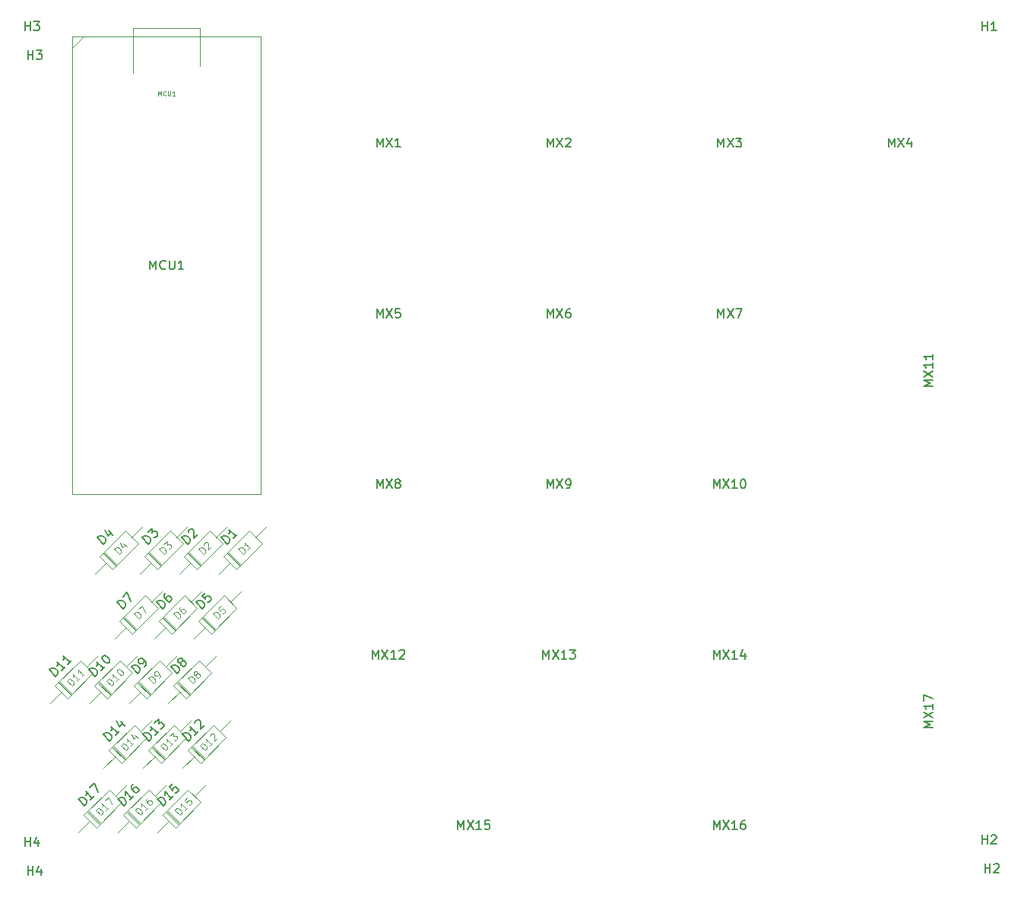
<source format=gbr>
G04 #@! TF.GenerationSoftware,KiCad,Pcbnew,(5.1.10)-1*
G04 #@! TF.CreationDate,2021-09-20T14:50:31+01:00*
G04 #@! TF.ProjectId,env-npd,656e762d-6e70-4642-9e6b-696361645f70,rev?*
G04 #@! TF.SameCoordinates,Original*
G04 #@! TF.FileFunction,Other,Fab,Top*
%FSLAX46Y46*%
G04 Gerber Fmt 4.6, Leading zero omitted, Abs format (unit mm)*
G04 Created by KiCad (PCBNEW (5.1.10)-1) date 2021-09-20 14:50:31*
%MOMM*%
%LPD*%
G01*
G04 APERTURE LIST*
%ADD10C,0.100000*%
%ADD11C,0.120000*%
%ADD12C,0.150000*%
%ADD13C,0.125000*%
G04 APERTURE END LIST*
D10*
X78726310Y-116859477D02*
X80140523Y-118273690D01*
X78867731Y-116718055D02*
X80281945Y-118132269D01*
X78797021Y-116788766D02*
X80211234Y-118202979D01*
X83188154Y-113811846D02*
X81908290Y-115091710D01*
X77800000Y-119200000D02*
X79079863Y-117920137D01*
X81201184Y-114384603D02*
X78372756Y-117213030D01*
X82615397Y-115798816D02*
X81201184Y-114384603D01*
X79786970Y-118627244D02*
X82615397Y-115798816D01*
X78372756Y-117213030D02*
X79786970Y-118627244D01*
X76926310Y-145659477D02*
X78340523Y-147073690D01*
X77067731Y-145518055D02*
X78481945Y-146932269D01*
X76997021Y-145588766D02*
X78411234Y-147002979D01*
X81388154Y-142611846D02*
X80108290Y-143891710D01*
X76000000Y-148000000D02*
X77279863Y-146720137D01*
X79401184Y-143184603D02*
X76572756Y-146013030D01*
X80815397Y-144598816D02*
X79401184Y-143184603D01*
X77986970Y-147427244D02*
X80815397Y-144598816D01*
X76572756Y-146013030D02*
X77986970Y-147427244D01*
X81326310Y-145659477D02*
X82740523Y-147073690D01*
X81467731Y-145518055D02*
X82881945Y-146932269D01*
X81397021Y-145588766D02*
X82811234Y-147002979D01*
X85788154Y-142611846D02*
X84508290Y-143891710D01*
X80400000Y-148000000D02*
X81679863Y-146720137D01*
X83801184Y-143184603D02*
X80972756Y-146013030D01*
X85215397Y-144598816D02*
X83801184Y-143184603D01*
X82386970Y-147427244D02*
X85215397Y-144598816D01*
X80972756Y-146013030D02*
X82386970Y-147427244D01*
X85726310Y-145659477D02*
X87140523Y-147073690D01*
X85867731Y-145518055D02*
X87281945Y-146932269D01*
X85797021Y-145588766D02*
X87211234Y-147002979D01*
X90188154Y-142611846D02*
X88908290Y-143891710D01*
X84800000Y-148000000D02*
X86079863Y-146720137D01*
X88201184Y-143184603D02*
X85372756Y-146013030D01*
X89615397Y-144598816D02*
X88201184Y-143184603D01*
X86786970Y-147427244D02*
X89615397Y-144598816D01*
X85372756Y-146013030D02*
X86786970Y-147427244D01*
X79726310Y-138459477D02*
X81140523Y-139873690D01*
X79867731Y-138318055D02*
X81281945Y-139732269D01*
X79797021Y-138388766D02*
X81211234Y-139802979D01*
X84188154Y-135411846D02*
X82908290Y-136691710D01*
X78800000Y-140800000D02*
X80079863Y-139520137D01*
X82201184Y-135984603D02*
X79372756Y-138813030D01*
X83615397Y-137398816D02*
X82201184Y-135984603D01*
X80786970Y-140227244D02*
X83615397Y-137398816D01*
X79372756Y-138813030D02*
X80786970Y-140227244D01*
X84126310Y-138459477D02*
X85540523Y-139873690D01*
X84267731Y-138318055D02*
X85681945Y-139732269D01*
X84197021Y-138388766D02*
X85611234Y-139802979D01*
X88588154Y-135411846D02*
X87308290Y-136691710D01*
X83200000Y-140800000D02*
X84479863Y-139520137D01*
X86601184Y-135984603D02*
X83772756Y-138813030D01*
X88015397Y-137398816D02*
X86601184Y-135984603D01*
X85186970Y-140227244D02*
X88015397Y-137398816D01*
X83772756Y-138813030D02*
X85186970Y-140227244D01*
X88526310Y-138459477D02*
X89940523Y-139873690D01*
X88667731Y-138318055D02*
X90081945Y-139732269D01*
X88597021Y-138388766D02*
X90011234Y-139802979D01*
X92988154Y-135411846D02*
X91708290Y-136691710D01*
X87600000Y-140800000D02*
X88879863Y-139520137D01*
X91001184Y-135984603D02*
X88172756Y-138813030D01*
X92415397Y-137398816D02*
X91001184Y-135984603D01*
X89586970Y-140227244D02*
X92415397Y-137398816D01*
X88172756Y-138813030D02*
X89586970Y-140227244D01*
X73726310Y-131259477D02*
X75140523Y-132673690D01*
X73867731Y-131118055D02*
X75281945Y-132532269D01*
X73797021Y-131188766D02*
X75211234Y-132602979D01*
X78188154Y-128211846D02*
X76908290Y-129491710D01*
X72800000Y-133600000D02*
X74079863Y-132320137D01*
X76201184Y-128784603D02*
X73372756Y-131613030D01*
X77615397Y-130198816D02*
X76201184Y-128784603D01*
X74786970Y-133027244D02*
X77615397Y-130198816D01*
X73372756Y-131613030D02*
X74786970Y-133027244D01*
X78126310Y-131259477D02*
X79540523Y-132673690D01*
X78267731Y-131118055D02*
X79681945Y-132532269D01*
X78197021Y-131188766D02*
X79611234Y-132602979D01*
X82588154Y-128211846D02*
X81308290Y-129491710D01*
X77200000Y-133600000D02*
X78479863Y-132320137D01*
X80601184Y-128784603D02*
X77772756Y-131613030D01*
X82015397Y-130198816D02*
X80601184Y-128784603D01*
X79186970Y-133027244D02*
X82015397Y-130198816D01*
X77772756Y-131613030D02*
X79186970Y-133027244D01*
X82526310Y-131259477D02*
X83940523Y-132673690D01*
X82667731Y-131118055D02*
X84081945Y-132532269D01*
X82597021Y-131188766D02*
X84011234Y-132602979D01*
X86988154Y-128211846D02*
X85708290Y-129491710D01*
X81600000Y-133600000D02*
X82879863Y-132320137D01*
X85001184Y-128784603D02*
X82172756Y-131613030D01*
X86415397Y-130198816D02*
X85001184Y-128784603D01*
X83586970Y-133027244D02*
X86415397Y-130198816D01*
X82172756Y-131613030D02*
X83586970Y-133027244D01*
X86926310Y-131259477D02*
X88340523Y-132673690D01*
X87067731Y-131118055D02*
X88481945Y-132532269D01*
X86997021Y-131188766D02*
X88411234Y-132602979D01*
X91388154Y-128211846D02*
X90108290Y-129491710D01*
X86000000Y-133600000D02*
X87279863Y-132320137D01*
X89401184Y-128784603D02*
X86572756Y-131613030D01*
X90815397Y-130198816D02*
X89401184Y-128784603D01*
X87986970Y-133027244D02*
X90815397Y-130198816D01*
X86572756Y-131613030D02*
X87986970Y-133027244D01*
X80926310Y-124059477D02*
X82340523Y-125473690D01*
X81067731Y-123918055D02*
X82481945Y-125332269D01*
X80997021Y-123988766D02*
X82411234Y-125402979D01*
X85388154Y-121011846D02*
X84108290Y-122291710D01*
X80000000Y-126400000D02*
X81279863Y-125120137D01*
X83401184Y-121584603D02*
X80572756Y-124413030D01*
X84815397Y-122998816D02*
X83401184Y-121584603D01*
X81986970Y-125827244D02*
X84815397Y-122998816D01*
X80572756Y-124413030D02*
X81986970Y-125827244D01*
X85326310Y-124059477D02*
X86740523Y-125473690D01*
X85467731Y-123918055D02*
X86881945Y-125332269D01*
X85397021Y-123988766D02*
X86811234Y-125402979D01*
X89788154Y-121011846D02*
X88508290Y-122291710D01*
X84400000Y-126400000D02*
X85679863Y-125120137D01*
X87801184Y-121584603D02*
X84972756Y-124413030D01*
X89215397Y-122998816D02*
X87801184Y-121584603D01*
X86386970Y-125827244D02*
X89215397Y-122998816D01*
X84972756Y-124413030D02*
X86386970Y-125827244D01*
X89726310Y-124059477D02*
X91140523Y-125473690D01*
X89867731Y-123918055D02*
X91281945Y-125332269D01*
X89797021Y-123988766D02*
X91211234Y-125402979D01*
X94188154Y-121011846D02*
X92908290Y-122291710D01*
X88800000Y-126400000D02*
X90079863Y-125120137D01*
X92201184Y-121584603D02*
X89372756Y-124413030D01*
X93615397Y-122998816D02*
X92201184Y-121584603D01*
X90786970Y-125827244D02*
X93615397Y-122998816D01*
X89372756Y-124413030D02*
X90786970Y-125827244D01*
X83726310Y-116859477D02*
X85140523Y-118273690D01*
X83867731Y-116718055D02*
X85281945Y-118132269D01*
X83797021Y-116788766D02*
X85211234Y-118202979D01*
X88188154Y-113811846D02*
X86908290Y-115091710D01*
X82800000Y-119200000D02*
X84079863Y-117920137D01*
X86201184Y-114384603D02*
X83372756Y-117213030D01*
X87615397Y-115798816D02*
X86201184Y-114384603D01*
X84786970Y-118627244D02*
X87615397Y-115798816D01*
X83372756Y-117213030D02*
X84786970Y-118627244D01*
X88126310Y-116859477D02*
X89540523Y-118273690D01*
X88267731Y-116718055D02*
X89681945Y-118132269D01*
X88197021Y-116788766D02*
X89611234Y-118202979D01*
X92588154Y-113811846D02*
X91308290Y-115091710D01*
X87200000Y-119200000D02*
X88479863Y-117920137D01*
X90601184Y-114384603D02*
X87772756Y-117213030D01*
X92015397Y-115798816D02*
X90601184Y-114384603D01*
X89186970Y-118627244D02*
X92015397Y-115798816D01*
X87772756Y-117213030D02*
X89186970Y-118627244D01*
X92526310Y-116859477D02*
X93940523Y-118273690D01*
X92667731Y-116718055D02*
X94081945Y-118132269D01*
X92597021Y-116788766D02*
X94011234Y-118202979D01*
X96988154Y-113811846D02*
X95708290Y-115091710D01*
X91600000Y-119200000D02*
X92879863Y-117920137D01*
X95001184Y-114384603D02*
X92172756Y-117213030D01*
X96415397Y-115798816D02*
X95001184Y-114384603D01*
X93586970Y-118627244D02*
X96415397Y-115798816D01*
X92172756Y-117213030D02*
X93586970Y-118627244D01*
D11*
X82050000Y-58390000D02*
X89550000Y-58390000D01*
X82050000Y-63340000D02*
X82050000Y-58390000D01*
X89550000Y-58390000D02*
X89550000Y-62590000D01*
X75300000Y-59300000D02*
X96300000Y-59300000D01*
X96300000Y-59300000D02*
X96300000Y-110300000D01*
X96300000Y-110300000D02*
X75300000Y-110300000D01*
X75300000Y-110300000D02*
X75300000Y-59300000D01*
X75300000Y-60600000D02*
X76600000Y-59300000D01*
D12*
X78792979Y-115848650D02*
X78085872Y-115141544D01*
X78254231Y-114973185D01*
X78388918Y-114905841D01*
X78523605Y-114905841D01*
X78624620Y-114939513D01*
X78792979Y-115040528D01*
X78893994Y-115141544D01*
X78995010Y-115309902D01*
X79028681Y-115410918D01*
X79028681Y-115545605D01*
X78961338Y-115680292D01*
X78792979Y-115848650D01*
X79331727Y-114367093D02*
X79803132Y-114838498D01*
X78893994Y-114266078D02*
X79230712Y-114939513D01*
X79668445Y-114501780D01*
D11*
X80544584Y-116967226D02*
X79978899Y-116401540D01*
X80113586Y-116266853D01*
X80221335Y-116212978D01*
X80329085Y-116212978D01*
X80409897Y-116239916D01*
X80544584Y-116320728D01*
X80625396Y-116401540D01*
X80706208Y-116536227D01*
X80733146Y-116617039D01*
X80733146Y-116724789D01*
X80679271Y-116832539D01*
X80544584Y-116967226D01*
X80975583Y-115781980D02*
X81352706Y-116159103D01*
X80625396Y-115701168D02*
X80894770Y-116239916D01*
X81244957Y-115889729D01*
D12*
X76656261Y-144985368D02*
X75949155Y-144278261D01*
X76117513Y-144109902D01*
X76252200Y-144042559D01*
X76386887Y-144042559D01*
X76487903Y-144076231D01*
X76656261Y-144177246D01*
X76757277Y-144278261D01*
X76858292Y-144446620D01*
X76891964Y-144547635D01*
X76891964Y-144682322D01*
X76824620Y-144817009D01*
X76656261Y-144985368D01*
X77733758Y-143907872D02*
X77329697Y-144311933D01*
X77531727Y-144109902D02*
X76824620Y-143402795D01*
X76858292Y-143571154D01*
X76858292Y-143705841D01*
X76824620Y-143806857D01*
X77262353Y-142965063D02*
X77733758Y-142493658D01*
X78137819Y-143503811D01*
D11*
X78475210Y-146036600D02*
X77909525Y-145470914D01*
X78044212Y-145336227D01*
X78151961Y-145282352D01*
X78259711Y-145282352D01*
X78340523Y-145309290D01*
X78475210Y-145390102D01*
X78556022Y-145470914D01*
X78636834Y-145605601D01*
X78663772Y-145686413D01*
X78663772Y-145794163D01*
X78609897Y-145901913D01*
X78475210Y-146036600D01*
X79337207Y-145174603D02*
X79013958Y-145497852D01*
X79175583Y-145336227D02*
X78609897Y-144770542D01*
X78636834Y-144905229D01*
X78636834Y-145012978D01*
X78609897Y-145093791D01*
X78960083Y-144420355D02*
X79337207Y-144043232D01*
X79660456Y-144851354D01*
D12*
X81056261Y-144985368D02*
X80349155Y-144278261D01*
X80517513Y-144109902D01*
X80652200Y-144042559D01*
X80786887Y-144042559D01*
X80887903Y-144076231D01*
X81056261Y-144177246D01*
X81157277Y-144278261D01*
X81258292Y-144446620D01*
X81291964Y-144547635D01*
X81291964Y-144682322D01*
X81224620Y-144817009D01*
X81056261Y-144985368D01*
X82133758Y-143907872D02*
X81729697Y-144311933D01*
X81931727Y-144109902D02*
X81224620Y-143402795D01*
X81258292Y-143571154D01*
X81258292Y-143705841D01*
X81224620Y-143806857D01*
X82032742Y-142594673D02*
X81898055Y-142729360D01*
X81864384Y-142830376D01*
X81864384Y-142897719D01*
X81898055Y-143066078D01*
X81999071Y-143234437D01*
X82268445Y-143503811D01*
X82369460Y-143537482D01*
X82436803Y-143537482D01*
X82537819Y-143503811D01*
X82672506Y-143369124D01*
X82706177Y-143268108D01*
X82706177Y-143200765D01*
X82672506Y-143099750D01*
X82504147Y-142931391D01*
X82403132Y-142897719D01*
X82335788Y-142897719D01*
X82234773Y-142931391D01*
X82100086Y-143066078D01*
X82066414Y-143167093D01*
X82066414Y-143234437D01*
X82100086Y-143335452D01*
D11*
X82875210Y-146036600D02*
X82309525Y-145470914D01*
X82444212Y-145336227D01*
X82551961Y-145282352D01*
X82659711Y-145282352D01*
X82740523Y-145309290D01*
X82875210Y-145390102D01*
X82956022Y-145470914D01*
X83036834Y-145605601D01*
X83063772Y-145686413D01*
X83063772Y-145794163D01*
X83009897Y-145901913D01*
X82875210Y-146036600D01*
X83737207Y-145174603D02*
X83413958Y-145497852D01*
X83575583Y-145336227D02*
X83009897Y-144770542D01*
X83036834Y-144905229D01*
X83036834Y-145012978D01*
X83009897Y-145093791D01*
X83656395Y-144124044D02*
X83548645Y-144231794D01*
X83521708Y-144312606D01*
X83521708Y-144366481D01*
X83548645Y-144501168D01*
X83629457Y-144635855D01*
X83844957Y-144851354D01*
X83925769Y-144878291D01*
X83979644Y-144878291D01*
X84060456Y-144851354D01*
X84168205Y-144743604D01*
X84195143Y-144662792D01*
X84195143Y-144608917D01*
X84168205Y-144528105D01*
X84033518Y-144393418D01*
X83952706Y-144366481D01*
X83898831Y-144366481D01*
X83818019Y-144393418D01*
X83710270Y-144501168D01*
X83683332Y-144581980D01*
X83683332Y-144635855D01*
X83710270Y-144716667D01*
D12*
X85456261Y-144985368D02*
X84749155Y-144278261D01*
X84917513Y-144109902D01*
X85052200Y-144042559D01*
X85186887Y-144042559D01*
X85287903Y-144076231D01*
X85456261Y-144177246D01*
X85557277Y-144278261D01*
X85658292Y-144446620D01*
X85691964Y-144547635D01*
X85691964Y-144682322D01*
X85624620Y-144817009D01*
X85456261Y-144985368D01*
X86533758Y-143907872D02*
X86129697Y-144311933D01*
X86331727Y-144109902D02*
X85624620Y-143402795D01*
X85658292Y-143571154D01*
X85658292Y-143705841D01*
X85624620Y-143806857D01*
X86466414Y-142561002D02*
X86129697Y-142897719D01*
X86432742Y-143268108D01*
X86432742Y-143200765D01*
X86466414Y-143099750D01*
X86634773Y-142931391D01*
X86735788Y-142897719D01*
X86803132Y-142897719D01*
X86904147Y-142931391D01*
X87072506Y-143099750D01*
X87106177Y-143200765D01*
X87106177Y-143268108D01*
X87072506Y-143369124D01*
X86904147Y-143537482D01*
X86803132Y-143571154D01*
X86735788Y-143571154D01*
D11*
X87275210Y-146036600D02*
X86709525Y-145470914D01*
X86844212Y-145336227D01*
X86951961Y-145282352D01*
X87059711Y-145282352D01*
X87140523Y-145309290D01*
X87275210Y-145390102D01*
X87356022Y-145470914D01*
X87436834Y-145605601D01*
X87463772Y-145686413D01*
X87463772Y-145794163D01*
X87409897Y-145901913D01*
X87275210Y-146036600D01*
X88137207Y-145174603D02*
X87813958Y-145497852D01*
X87975583Y-145336227D02*
X87409897Y-144770542D01*
X87436834Y-144905229D01*
X87436834Y-145012978D01*
X87409897Y-145093791D01*
X88083332Y-144097107D02*
X87813958Y-144366481D01*
X88056395Y-144662792D01*
X88056395Y-144608917D01*
X88083332Y-144528105D01*
X88218019Y-144393418D01*
X88298831Y-144366481D01*
X88352706Y-144366481D01*
X88433518Y-144393418D01*
X88568205Y-144528105D01*
X88595143Y-144608917D01*
X88595143Y-144662792D01*
X88568205Y-144743604D01*
X88433518Y-144878291D01*
X88352706Y-144905229D01*
X88298831Y-144905229D01*
D12*
X79456261Y-137785368D02*
X78749155Y-137078261D01*
X78917513Y-136909902D01*
X79052200Y-136842559D01*
X79186887Y-136842559D01*
X79287903Y-136876231D01*
X79456261Y-136977246D01*
X79557277Y-137078261D01*
X79658292Y-137246620D01*
X79691964Y-137347635D01*
X79691964Y-137482322D01*
X79624620Y-137617009D01*
X79456261Y-137785368D01*
X80533758Y-136707872D02*
X80129697Y-137111933D01*
X80331727Y-136909902D02*
X79624620Y-136202795D01*
X79658292Y-136371154D01*
X79658292Y-136505841D01*
X79624620Y-136606857D01*
X80668445Y-135630376D02*
X81139849Y-136101780D01*
X80230712Y-135529360D02*
X80567429Y-136202795D01*
X81005162Y-135765063D01*
D11*
X81275210Y-138836600D02*
X80709525Y-138270914D01*
X80844212Y-138136227D01*
X80951961Y-138082352D01*
X81059711Y-138082352D01*
X81140523Y-138109290D01*
X81275210Y-138190102D01*
X81356022Y-138270914D01*
X81436834Y-138405601D01*
X81463772Y-138486413D01*
X81463772Y-138594163D01*
X81409897Y-138701913D01*
X81275210Y-138836600D01*
X82137207Y-137974603D02*
X81813958Y-138297852D01*
X81975583Y-138136227D02*
X81409897Y-137570542D01*
X81436834Y-137705229D01*
X81436834Y-137812978D01*
X81409897Y-137893791D01*
X82244957Y-137112606D02*
X82622080Y-137489729D01*
X81894770Y-137031794D02*
X82164144Y-137570542D01*
X82514331Y-137220355D01*
D12*
X83856261Y-137785368D02*
X83149155Y-137078261D01*
X83317513Y-136909902D01*
X83452200Y-136842559D01*
X83586887Y-136842559D01*
X83687903Y-136876231D01*
X83856261Y-136977246D01*
X83957277Y-137078261D01*
X84058292Y-137246620D01*
X84091964Y-137347635D01*
X84091964Y-137482322D01*
X84024620Y-137617009D01*
X83856261Y-137785368D01*
X84933758Y-136707872D02*
X84529697Y-137111933D01*
X84731727Y-136909902D02*
X84024620Y-136202795D01*
X84058292Y-136371154D01*
X84058292Y-136505841D01*
X84024620Y-136606857D01*
X84462353Y-135765063D02*
X84900086Y-135327330D01*
X84933758Y-135832406D01*
X85034773Y-135731391D01*
X85135788Y-135697719D01*
X85203132Y-135697719D01*
X85304147Y-135731391D01*
X85472506Y-135899750D01*
X85506177Y-136000765D01*
X85506177Y-136068108D01*
X85472506Y-136169124D01*
X85270475Y-136371154D01*
X85169460Y-136404826D01*
X85102116Y-136404826D01*
D11*
X85675210Y-138836600D02*
X85109525Y-138270914D01*
X85244212Y-138136227D01*
X85351961Y-138082352D01*
X85459711Y-138082352D01*
X85540523Y-138109290D01*
X85675210Y-138190102D01*
X85756022Y-138270914D01*
X85836834Y-138405601D01*
X85863772Y-138486413D01*
X85863772Y-138594163D01*
X85809897Y-138701913D01*
X85675210Y-138836600D01*
X86537207Y-137974603D02*
X86213958Y-138297852D01*
X86375583Y-138136227D02*
X85809897Y-137570542D01*
X85836834Y-137705229D01*
X85836834Y-137812978D01*
X85809897Y-137893791D01*
X86160083Y-137220355D02*
X86510270Y-136870169D01*
X86537207Y-137274230D01*
X86618019Y-137193418D01*
X86698831Y-137166481D01*
X86752706Y-137166481D01*
X86833518Y-137193418D01*
X86968205Y-137328105D01*
X86995143Y-137408917D01*
X86995143Y-137462792D01*
X86968205Y-137543604D01*
X86806581Y-137705229D01*
X86725769Y-137732166D01*
X86671894Y-137732166D01*
D12*
X88256261Y-137785368D02*
X87549155Y-137078261D01*
X87717513Y-136909902D01*
X87852200Y-136842559D01*
X87986887Y-136842559D01*
X88087903Y-136876231D01*
X88256261Y-136977246D01*
X88357277Y-137078261D01*
X88458292Y-137246620D01*
X88491964Y-137347635D01*
X88491964Y-137482322D01*
X88424620Y-137617009D01*
X88256261Y-137785368D01*
X89333758Y-136707872D02*
X88929697Y-137111933D01*
X89131727Y-136909902D02*
X88424620Y-136202795D01*
X88458292Y-136371154D01*
X88458292Y-136505841D01*
X88424620Y-136606857D01*
X88963368Y-135798734D02*
X88963368Y-135731391D01*
X88997040Y-135630376D01*
X89165399Y-135462017D01*
X89266414Y-135428345D01*
X89333758Y-135428345D01*
X89434773Y-135462017D01*
X89502116Y-135529360D01*
X89569460Y-135664047D01*
X89569460Y-136472169D01*
X90007193Y-136034437D01*
D11*
X90075210Y-138836600D02*
X89509525Y-138270914D01*
X89644212Y-138136227D01*
X89751961Y-138082352D01*
X89859711Y-138082352D01*
X89940523Y-138109290D01*
X90075210Y-138190102D01*
X90156022Y-138270914D01*
X90236834Y-138405601D01*
X90263772Y-138486413D01*
X90263772Y-138594163D01*
X90209897Y-138701913D01*
X90075210Y-138836600D01*
X90937207Y-137974603D02*
X90613958Y-138297852D01*
X90775583Y-138136227D02*
X90209897Y-137570542D01*
X90236834Y-137705229D01*
X90236834Y-137812978D01*
X90209897Y-137893791D01*
X90640896Y-137247293D02*
X90640896Y-137193418D01*
X90667833Y-137112606D01*
X90802520Y-136977919D01*
X90883332Y-136950981D01*
X90937207Y-136950981D01*
X91018019Y-136977919D01*
X91071894Y-137031794D01*
X91125769Y-137139543D01*
X91125769Y-137786041D01*
X91475955Y-137435855D01*
D12*
X73456261Y-130585368D02*
X72749155Y-129878261D01*
X72917513Y-129709902D01*
X73052200Y-129642559D01*
X73186887Y-129642559D01*
X73287903Y-129676231D01*
X73456261Y-129777246D01*
X73557277Y-129878261D01*
X73658292Y-130046620D01*
X73691964Y-130147635D01*
X73691964Y-130282322D01*
X73624620Y-130417009D01*
X73456261Y-130585368D01*
X74533758Y-129507872D02*
X74129697Y-129911933D01*
X74331727Y-129709902D02*
X73624620Y-129002795D01*
X73658292Y-129171154D01*
X73658292Y-129305841D01*
X73624620Y-129406857D01*
X75207193Y-128834437D02*
X74803132Y-129238498D01*
X75005162Y-129036467D02*
X74298055Y-128329360D01*
X74331727Y-128497719D01*
X74331727Y-128632406D01*
X74298055Y-128733421D01*
D11*
X75275210Y-131636600D02*
X74709525Y-131070914D01*
X74844212Y-130936227D01*
X74951961Y-130882352D01*
X75059711Y-130882352D01*
X75140523Y-130909290D01*
X75275210Y-130990102D01*
X75356022Y-131070914D01*
X75436834Y-131205601D01*
X75463772Y-131286413D01*
X75463772Y-131394163D01*
X75409897Y-131501913D01*
X75275210Y-131636600D01*
X76137207Y-130774603D02*
X75813958Y-131097852D01*
X75975583Y-130936227D02*
X75409897Y-130370542D01*
X75436834Y-130505229D01*
X75436834Y-130612978D01*
X75409897Y-130693791D01*
X76675955Y-130235855D02*
X76352706Y-130559103D01*
X76514331Y-130397479D02*
X75948645Y-129831794D01*
X75975583Y-129966481D01*
X75975583Y-130074230D01*
X75948645Y-130155042D01*
D12*
X77856261Y-130585368D02*
X77149155Y-129878261D01*
X77317513Y-129709902D01*
X77452200Y-129642559D01*
X77586887Y-129642559D01*
X77687903Y-129676231D01*
X77856261Y-129777246D01*
X77957277Y-129878261D01*
X78058292Y-130046620D01*
X78091964Y-130147635D01*
X78091964Y-130282322D01*
X78024620Y-130417009D01*
X77856261Y-130585368D01*
X78933758Y-129507872D02*
X78529697Y-129911933D01*
X78731727Y-129709902D02*
X78024620Y-129002795D01*
X78058292Y-129171154D01*
X78058292Y-129305841D01*
X78024620Y-129406857D01*
X78664384Y-128363032D02*
X78731727Y-128295689D01*
X78832742Y-128262017D01*
X78900086Y-128262017D01*
X79001101Y-128295689D01*
X79169460Y-128396704D01*
X79337819Y-128565063D01*
X79438834Y-128733421D01*
X79472506Y-128834437D01*
X79472506Y-128901780D01*
X79438834Y-129002795D01*
X79371490Y-129070139D01*
X79270475Y-129103811D01*
X79203132Y-129103811D01*
X79102116Y-129070139D01*
X78933758Y-128969124D01*
X78765399Y-128800765D01*
X78664384Y-128632406D01*
X78630712Y-128531391D01*
X78630712Y-128464047D01*
X78664384Y-128363032D01*
D11*
X79675210Y-131636600D02*
X79109525Y-131070914D01*
X79244212Y-130936227D01*
X79351961Y-130882352D01*
X79459711Y-130882352D01*
X79540523Y-130909290D01*
X79675210Y-130990102D01*
X79756022Y-131070914D01*
X79836834Y-131205601D01*
X79863772Y-131286413D01*
X79863772Y-131394163D01*
X79809897Y-131501913D01*
X79675210Y-131636600D01*
X80537207Y-130774603D02*
X80213958Y-131097852D01*
X80375583Y-130936227D02*
X79809897Y-130370542D01*
X79836834Y-130505229D01*
X79836834Y-130612978D01*
X79809897Y-130693791D01*
X80321708Y-129858731D02*
X80375583Y-129804856D01*
X80456395Y-129777919D01*
X80510270Y-129777919D01*
X80591082Y-129804856D01*
X80725769Y-129885668D01*
X80860456Y-130020355D01*
X80941268Y-130155042D01*
X80968205Y-130235855D01*
X80968205Y-130289729D01*
X80941268Y-130370542D01*
X80887393Y-130424416D01*
X80806581Y-130451354D01*
X80752706Y-130451354D01*
X80671894Y-130424416D01*
X80537207Y-130343604D01*
X80402520Y-130208917D01*
X80321708Y-130074230D01*
X80294770Y-129993418D01*
X80294770Y-129939543D01*
X80321708Y-129858731D01*
D12*
X82592979Y-130248650D02*
X81885872Y-129541544D01*
X82054231Y-129373185D01*
X82188918Y-129305841D01*
X82323605Y-129305841D01*
X82424620Y-129339513D01*
X82592979Y-129440528D01*
X82693994Y-129541544D01*
X82795010Y-129709902D01*
X82828681Y-129810918D01*
X82828681Y-129945605D01*
X82761338Y-130080292D01*
X82592979Y-130248650D01*
X83333758Y-129507872D02*
X83468445Y-129373185D01*
X83502116Y-129272169D01*
X83502116Y-129204826D01*
X83468445Y-129036467D01*
X83367429Y-128868108D01*
X83098055Y-128598734D01*
X82997040Y-128565063D01*
X82929697Y-128565063D01*
X82828681Y-128598734D01*
X82693994Y-128733421D01*
X82660322Y-128834437D01*
X82660322Y-128901780D01*
X82693994Y-129002795D01*
X82862353Y-129171154D01*
X82963368Y-129204826D01*
X83030712Y-129204826D01*
X83131727Y-129171154D01*
X83266414Y-129036467D01*
X83300086Y-128935452D01*
X83300086Y-128868108D01*
X83266414Y-128767093D01*
D11*
X84344584Y-131367226D02*
X83778899Y-130801540D01*
X83913586Y-130666853D01*
X84021335Y-130612978D01*
X84129085Y-130612978D01*
X84209897Y-130639916D01*
X84344584Y-130720728D01*
X84425396Y-130801540D01*
X84506208Y-130936227D01*
X84533146Y-131017039D01*
X84533146Y-131124789D01*
X84479271Y-131232539D01*
X84344584Y-131367226D01*
X84937207Y-130774603D02*
X85044957Y-130666853D01*
X85071894Y-130586041D01*
X85071894Y-130532166D01*
X85044957Y-130397479D01*
X84964144Y-130262792D01*
X84748645Y-130047293D01*
X84667833Y-130020355D01*
X84613958Y-130020355D01*
X84533146Y-130047293D01*
X84425396Y-130155042D01*
X84398459Y-130235855D01*
X84398459Y-130289729D01*
X84425396Y-130370542D01*
X84560083Y-130505229D01*
X84640896Y-130532166D01*
X84694770Y-130532166D01*
X84775583Y-130505229D01*
X84883332Y-130397479D01*
X84910270Y-130316667D01*
X84910270Y-130262792D01*
X84883332Y-130181980D01*
D12*
X86992979Y-130248650D02*
X86285872Y-129541544D01*
X86454231Y-129373185D01*
X86588918Y-129305841D01*
X86723605Y-129305841D01*
X86824620Y-129339513D01*
X86992979Y-129440528D01*
X87093994Y-129541544D01*
X87195010Y-129709902D01*
X87228681Y-129810918D01*
X87228681Y-129945605D01*
X87161338Y-130080292D01*
X86992979Y-130248650D01*
X87397040Y-129036467D02*
X87296025Y-129070139D01*
X87228681Y-129070139D01*
X87127666Y-129036467D01*
X87093994Y-129002795D01*
X87060322Y-128901780D01*
X87060322Y-128834437D01*
X87093994Y-128733421D01*
X87228681Y-128598734D01*
X87329697Y-128565063D01*
X87397040Y-128565063D01*
X87498055Y-128598734D01*
X87531727Y-128632406D01*
X87565399Y-128733421D01*
X87565399Y-128800765D01*
X87531727Y-128901780D01*
X87397040Y-129036467D01*
X87363368Y-129137482D01*
X87363368Y-129204826D01*
X87397040Y-129305841D01*
X87531727Y-129440528D01*
X87632742Y-129474200D01*
X87700086Y-129474200D01*
X87801101Y-129440528D01*
X87935788Y-129305841D01*
X87969460Y-129204826D01*
X87969460Y-129137482D01*
X87935788Y-129036467D01*
X87801101Y-128901780D01*
X87700086Y-128868108D01*
X87632742Y-128868108D01*
X87531727Y-128901780D01*
D11*
X88744584Y-131367226D02*
X88178899Y-130801540D01*
X88313586Y-130666853D01*
X88421335Y-130612978D01*
X88529085Y-130612978D01*
X88609897Y-130639916D01*
X88744584Y-130720728D01*
X88825396Y-130801540D01*
X88906208Y-130936227D01*
X88933146Y-131017039D01*
X88933146Y-131124789D01*
X88879271Y-131232539D01*
X88744584Y-131367226D01*
X89067833Y-130397479D02*
X88987021Y-130424416D01*
X88933146Y-130424416D01*
X88852334Y-130397479D01*
X88825396Y-130370542D01*
X88798459Y-130289729D01*
X88798459Y-130235855D01*
X88825396Y-130155042D01*
X88933146Y-130047293D01*
X89013958Y-130020355D01*
X89067833Y-130020355D01*
X89148645Y-130047293D01*
X89175583Y-130074230D01*
X89202520Y-130155042D01*
X89202520Y-130208917D01*
X89175583Y-130289729D01*
X89067833Y-130397479D01*
X89040896Y-130478291D01*
X89040896Y-130532166D01*
X89067833Y-130612978D01*
X89175583Y-130720728D01*
X89256395Y-130747665D01*
X89310270Y-130747665D01*
X89391082Y-130720728D01*
X89498831Y-130612978D01*
X89525769Y-130532166D01*
X89525769Y-130478291D01*
X89498831Y-130397479D01*
X89391082Y-130289729D01*
X89310270Y-130262792D01*
X89256395Y-130262792D01*
X89175583Y-130289729D01*
D12*
X80992979Y-123048650D02*
X80285872Y-122341544D01*
X80454231Y-122173185D01*
X80588918Y-122105841D01*
X80723605Y-122105841D01*
X80824620Y-122139513D01*
X80992979Y-122240528D01*
X81093994Y-122341544D01*
X81195010Y-122509902D01*
X81228681Y-122610918D01*
X81228681Y-122745605D01*
X81161338Y-122880292D01*
X80992979Y-123048650D01*
X80925635Y-121701780D02*
X81397040Y-121230376D01*
X81801101Y-122240528D01*
D11*
X82744584Y-124167226D02*
X82178899Y-123601540D01*
X82313586Y-123466853D01*
X82421335Y-123412978D01*
X82529085Y-123412978D01*
X82609897Y-123439916D01*
X82744584Y-123520728D01*
X82825396Y-123601540D01*
X82906208Y-123736227D01*
X82933146Y-123817039D01*
X82933146Y-123924789D01*
X82879271Y-124032539D01*
X82744584Y-124167226D01*
X82690709Y-123089729D02*
X83067833Y-122712606D01*
X83391082Y-123520728D01*
D12*
X85392979Y-123048650D02*
X84685872Y-122341544D01*
X84854231Y-122173185D01*
X84988918Y-122105841D01*
X85123605Y-122105841D01*
X85224620Y-122139513D01*
X85392979Y-122240528D01*
X85493994Y-122341544D01*
X85595010Y-122509902D01*
X85628681Y-122610918D01*
X85628681Y-122745605D01*
X85561338Y-122880292D01*
X85392979Y-123048650D01*
X85696025Y-121331391D02*
X85561338Y-121466078D01*
X85527666Y-121567093D01*
X85527666Y-121634437D01*
X85561338Y-121802795D01*
X85662353Y-121971154D01*
X85931727Y-122240528D01*
X86032742Y-122274200D01*
X86100086Y-122274200D01*
X86201101Y-122240528D01*
X86335788Y-122105841D01*
X86369460Y-122004826D01*
X86369460Y-121937482D01*
X86335788Y-121836467D01*
X86167429Y-121668108D01*
X86066414Y-121634437D01*
X85999071Y-121634437D01*
X85898055Y-121668108D01*
X85763368Y-121802795D01*
X85729697Y-121903811D01*
X85729697Y-121971154D01*
X85763368Y-122072169D01*
D11*
X87144584Y-124167226D02*
X86578899Y-123601540D01*
X86713586Y-123466853D01*
X86821335Y-123412978D01*
X86929085Y-123412978D01*
X87009897Y-123439916D01*
X87144584Y-123520728D01*
X87225396Y-123601540D01*
X87306208Y-123736227D01*
X87333146Y-123817039D01*
X87333146Y-123924789D01*
X87279271Y-124032539D01*
X87144584Y-124167226D01*
X87387021Y-122793418D02*
X87279271Y-122901168D01*
X87252334Y-122981980D01*
X87252334Y-123035855D01*
X87279271Y-123170542D01*
X87360083Y-123305229D01*
X87575583Y-123520728D01*
X87656395Y-123547665D01*
X87710270Y-123547665D01*
X87791082Y-123520728D01*
X87898831Y-123412978D01*
X87925769Y-123332166D01*
X87925769Y-123278291D01*
X87898831Y-123197479D01*
X87764144Y-123062792D01*
X87683332Y-123035855D01*
X87629457Y-123035855D01*
X87548645Y-123062792D01*
X87440896Y-123170542D01*
X87413958Y-123251354D01*
X87413958Y-123305229D01*
X87440896Y-123386041D01*
D12*
X89792979Y-123048650D02*
X89085872Y-122341544D01*
X89254231Y-122173185D01*
X89388918Y-122105841D01*
X89523605Y-122105841D01*
X89624620Y-122139513D01*
X89792979Y-122240528D01*
X89893994Y-122341544D01*
X89995010Y-122509902D01*
X90028681Y-122610918D01*
X90028681Y-122745605D01*
X89961338Y-122880292D01*
X89792979Y-123048650D01*
X90129697Y-121297719D02*
X89792979Y-121634437D01*
X90096025Y-122004826D01*
X90096025Y-121937482D01*
X90129697Y-121836467D01*
X90298055Y-121668108D01*
X90399071Y-121634437D01*
X90466414Y-121634437D01*
X90567429Y-121668108D01*
X90735788Y-121836467D01*
X90769460Y-121937482D01*
X90769460Y-122004826D01*
X90735788Y-122105841D01*
X90567429Y-122274200D01*
X90466414Y-122307872D01*
X90399071Y-122307872D01*
D11*
X91544584Y-124167226D02*
X90978899Y-123601540D01*
X91113586Y-123466853D01*
X91221335Y-123412978D01*
X91329085Y-123412978D01*
X91409897Y-123439916D01*
X91544584Y-123520728D01*
X91625396Y-123601540D01*
X91706208Y-123736227D01*
X91733146Y-123817039D01*
X91733146Y-123924789D01*
X91679271Y-124032539D01*
X91544584Y-124167226D01*
X91813958Y-122766481D02*
X91544584Y-123035855D01*
X91787021Y-123332166D01*
X91787021Y-123278291D01*
X91813958Y-123197479D01*
X91948645Y-123062792D01*
X92029457Y-123035855D01*
X92083332Y-123035855D01*
X92164144Y-123062792D01*
X92298831Y-123197479D01*
X92325769Y-123278291D01*
X92325769Y-123332166D01*
X92298831Y-123412978D01*
X92164144Y-123547665D01*
X92083332Y-123574603D01*
X92029457Y-123574603D01*
D12*
X83792979Y-115848650D02*
X83085872Y-115141544D01*
X83254231Y-114973185D01*
X83388918Y-114905841D01*
X83523605Y-114905841D01*
X83624620Y-114939513D01*
X83792979Y-115040528D01*
X83893994Y-115141544D01*
X83995010Y-115309902D01*
X84028681Y-115410918D01*
X84028681Y-115545605D01*
X83961338Y-115680292D01*
X83792979Y-115848650D01*
X83725635Y-114501780D02*
X84163368Y-114064047D01*
X84197040Y-114569124D01*
X84298055Y-114468108D01*
X84399071Y-114434437D01*
X84466414Y-114434437D01*
X84567429Y-114468108D01*
X84735788Y-114636467D01*
X84769460Y-114737482D01*
X84769460Y-114804826D01*
X84735788Y-114905841D01*
X84533758Y-115107872D01*
X84432742Y-115141544D01*
X84365399Y-115141544D01*
D11*
X85544584Y-116967226D02*
X84978899Y-116401540D01*
X85113586Y-116266853D01*
X85221335Y-116212978D01*
X85329085Y-116212978D01*
X85409897Y-116239916D01*
X85544584Y-116320728D01*
X85625396Y-116401540D01*
X85706208Y-116536227D01*
X85733146Y-116617039D01*
X85733146Y-116724789D01*
X85679271Y-116832539D01*
X85544584Y-116967226D01*
X85490709Y-115889729D02*
X85840896Y-115539543D01*
X85867833Y-115943604D01*
X85948645Y-115862792D01*
X86029457Y-115835855D01*
X86083332Y-115835855D01*
X86164144Y-115862792D01*
X86298831Y-115997479D01*
X86325769Y-116078291D01*
X86325769Y-116132166D01*
X86298831Y-116212978D01*
X86137207Y-116374603D01*
X86056395Y-116401540D01*
X86002520Y-116401540D01*
D12*
X88192979Y-115848650D02*
X87485872Y-115141544D01*
X87654231Y-114973185D01*
X87788918Y-114905841D01*
X87923605Y-114905841D01*
X88024620Y-114939513D01*
X88192979Y-115040528D01*
X88293994Y-115141544D01*
X88395010Y-115309902D01*
X88428681Y-115410918D01*
X88428681Y-115545605D01*
X88361338Y-115680292D01*
X88192979Y-115848650D01*
X88226651Y-114535452D02*
X88226651Y-114468108D01*
X88260322Y-114367093D01*
X88428681Y-114198734D01*
X88529697Y-114165063D01*
X88597040Y-114165063D01*
X88698055Y-114198734D01*
X88765399Y-114266078D01*
X88832742Y-114400765D01*
X88832742Y-115208887D01*
X89270475Y-114771154D01*
D11*
X89944584Y-116967226D02*
X89378899Y-116401540D01*
X89513586Y-116266853D01*
X89621335Y-116212978D01*
X89729085Y-116212978D01*
X89809897Y-116239916D01*
X89944584Y-116320728D01*
X90025396Y-116401540D01*
X90106208Y-116536227D01*
X90133146Y-116617039D01*
X90133146Y-116724789D01*
X90079271Y-116832539D01*
X89944584Y-116967226D01*
X89971521Y-115916667D02*
X89971521Y-115862792D01*
X89998459Y-115781980D01*
X90133146Y-115647293D01*
X90213958Y-115620355D01*
X90267833Y-115620355D01*
X90348645Y-115647293D01*
X90402520Y-115701168D01*
X90456395Y-115808917D01*
X90456395Y-116455415D01*
X90806581Y-116105229D01*
D12*
X92592979Y-115848650D02*
X91885872Y-115141544D01*
X92054231Y-114973185D01*
X92188918Y-114905841D01*
X92323605Y-114905841D01*
X92424620Y-114939513D01*
X92592979Y-115040528D01*
X92693994Y-115141544D01*
X92795010Y-115309902D01*
X92828681Y-115410918D01*
X92828681Y-115545605D01*
X92761338Y-115680292D01*
X92592979Y-115848650D01*
X93670475Y-114771154D02*
X93266414Y-115175215D01*
X93468445Y-114973185D02*
X92761338Y-114266078D01*
X92795010Y-114434437D01*
X92795010Y-114569124D01*
X92761338Y-114670139D01*
D11*
X94344584Y-116967226D02*
X93778899Y-116401540D01*
X93913586Y-116266853D01*
X94021335Y-116212978D01*
X94129085Y-116212978D01*
X94209897Y-116239916D01*
X94344584Y-116320728D01*
X94425396Y-116401540D01*
X94506208Y-116536227D01*
X94533146Y-116617039D01*
X94533146Y-116724789D01*
X94479271Y-116832539D01*
X94344584Y-116967226D01*
X95206581Y-116105229D02*
X94883332Y-116428478D01*
X95044957Y-116266853D02*
X94479271Y-115701168D01*
X94506209Y-115835855D01*
X94506209Y-115943604D01*
X94479271Y-116024416D01*
D12*
X83966666Y-85252380D02*
X83966666Y-84252380D01*
X84300000Y-84966666D01*
X84633333Y-84252380D01*
X84633333Y-85252380D01*
X85680952Y-85157142D02*
X85633333Y-85204761D01*
X85490476Y-85252380D01*
X85395238Y-85252380D01*
X85252380Y-85204761D01*
X85157142Y-85109523D01*
X85109523Y-85014285D01*
X85061904Y-84823809D01*
X85061904Y-84680952D01*
X85109523Y-84490476D01*
X85157142Y-84395238D01*
X85252380Y-84300000D01*
X85395238Y-84252380D01*
X85490476Y-84252380D01*
X85633333Y-84300000D01*
X85680952Y-84347619D01*
X86109523Y-84252380D02*
X86109523Y-85061904D01*
X86157142Y-85157142D01*
X86204761Y-85204761D01*
X86300000Y-85252380D01*
X86490476Y-85252380D01*
X86585714Y-85204761D01*
X86633333Y-85157142D01*
X86680952Y-85061904D01*
X86680952Y-84252380D01*
X87680952Y-85252380D02*
X87109523Y-85252380D01*
X87395238Y-85252380D02*
X87395238Y-84252380D01*
X87300000Y-84395238D01*
X87204761Y-84490476D01*
X87109523Y-84538095D01*
D13*
X84883333Y-65896190D02*
X84883333Y-65396190D01*
X85050000Y-65753333D01*
X85216666Y-65396190D01*
X85216666Y-65896190D01*
X85740476Y-65848571D02*
X85716666Y-65872380D01*
X85645238Y-65896190D01*
X85597619Y-65896190D01*
X85526190Y-65872380D01*
X85478571Y-65824761D01*
X85454761Y-65777142D01*
X85430952Y-65681904D01*
X85430952Y-65610476D01*
X85454761Y-65515238D01*
X85478571Y-65467619D01*
X85526190Y-65420000D01*
X85597619Y-65396190D01*
X85645238Y-65396190D01*
X85716666Y-65420000D01*
X85740476Y-65443809D01*
X85954761Y-65396190D02*
X85954761Y-65800952D01*
X85978571Y-65848571D01*
X86002380Y-65872380D01*
X86050000Y-65896190D01*
X86145238Y-65896190D01*
X86192857Y-65872380D01*
X86216666Y-65848571D01*
X86240476Y-65800952D01*
X86240476Y-65396190D01*
X86740476Y-65896190D02*
X86454761Y-65896190D01*
X86597619Y-65896190D02*
X86597619Y-65396190D01*
X86550000Y-65467619D01*
X86502380Y-65515238D01*
X86454761Y-65539047D01*
D12*
X70038095Y-149502380D02*
X70038095Y-148502380D01*
X70038095Y-148978571D02*
X70609523Y-148978571D01*
X70609523Y-149502380D02*
X70609523Y-148502380D01*
X71514285Y-148835714D02*
X71514285Y-149502380D01*
X71276190Y-148454761D02*
X71038095Y-149169047D01*
X71657142Y-149169047D01*
X70338095Y-152702380D02*
X70338095Y-151702380D01*
X70338095Y-152178571D02*
X70909523Y-152178571D01*
X70909523Y-152702380D02*
X70909523Y-151702380D01*
X71814285Y-152035714D02*
X71814285Y-152702380D01*
X71576190Y-151654761D02*
X71338095Y-152369047D01*
X71957142Y-152369047D01*
X70038095Y-58652380D02*
X70038095Y-57652380D01*
X70038095Y-58128571D02*
X70609523Y-58128571D01*
X70609523Y-58652380D02*
X70609523Y-57652380D01*
X70990476Y-57652380D02*
X71609523Y-57652380D01*
X71276190Y-58033333D01*
X71419047Y-58033333D01*
X71514285Y-58080952D01*
X71561904Y-58128571D01*
X71609523Y-58223809D01*
X71609523Y-58461904D01*
X71561904Y-58557142D01*
X71514285Y-58604761D01*
X71419047Y-58652380D01*
X71133333Y-58652380D01*
X71038095Y-58604761D01*
X70990476Y-58557142D01*
X70338095Y-61852380D02*
X70338095Y-60852380D01*
X70338095Y-61328571D02*
X70909523Y-61328571D01*
X70909523Y-61852380D02*
X70909523Y-60852380D01*
X71290476Y-60852380D02*
X71909523Y-60852380D01*
X71576190Y-61233333D01*
X71719047Y-61233333D01*
X71814285Y-61280952D01*
X71861904Y-61328571D01*
X71909523Y-61423809D01*
X71909523Y-61661904D01*
X71861904Y-61757142D01*
X71814285Y-61804761D01*
X71719047Y-61852380D01*
X71433333Y-61852380D01*
X71338095Y-61804761D01*
X71290476Y-61757142D01*
X176638095Y-149252380D02*
X176638095Y-148252380D01*
X176638095Y-148728571D02*
X177209523Y-148728571D01*
X177209523Y-149252380D02*
X177209523Y-148252380D01*
X177638095Y-148347619D02*
X177685714Y-148300000D01*
X177780952Y-148252380D01*
X178019047Y-148252380D01*
X178114285Y-148300000D01*
X178161904Y-148347619D01*
X178209523Y-148442857D01*
X178209523Y-148538095D01*
X178161904Y-148680952D01*
X177590476Y-149252380D01*
X178209523Y-149252380D01*
X176938095Y-152452380D02*
X176938095Y-151452380D01*
X176938095Y-151928571D02*
X177509523Y-151928571D01*
X177509523Y-152452380D02*
X177509523Y-151452380D01*
X177938095Y-151547619D02*
X177985714Y-151500000D01*
X178080952Y-151452380D01*
X178319047Y-151452380D01*
X178414285Y-151500000D01*
X178461904Y-151547619D01*
X178509523Y-151642857D01*
X178509523Y-151738095D01*
X178461904Y-151880952D01*
X177890476Y-152452380D01*
X178509523Y-152452380D01*
X176638095Y-58652380D02*
X176638095Y-57652380D01*
X176638095Y-58128571D02*
X177209523Y-58128571D01*
X177209523Y-58652380D02*
X177209523Y-57652380D01*
X178209523Y-58652380D02*
X177638095Y-58652380D01*
X177923809Y-58652380D02*
X177923809Y-57652380D01*
X177828571Y-57795238D01*
X177733333Y-57890476D01*
X177638095Y-57938095D01*
X118238095Y-147627380D02*
X118238095Y-146627380D01*
X118571428Y-147341666D01*
X118904761Y-146627380D01*
X118904761Y-147627380D01*
X119285714Y-146627380D02*
X119952380Y-147627380D01*
X119952380Y-146627380D02*
X119285714Y-147627380D01*
X120857142Y-147627380D02*
X120285714Y-147627380D01*
X120571428Y-147627380D02*
X120571428Y-146627380D01*
X120476190Y-146770238D01*
X120380952Y-146865476D01*
X120285714Y-146913095D01*
X121761904Y-146627380D02*
X121285714Y-146627380D01*
X121238095Y-147103571D01*
X121285714Y-147055952D01*
X121380952Y-147008333D01*
X121619047Y-147008333D01*
X121714285Y-147055952D01*
X121761904Y-147103571D01*
X121809523Y-147198809D01*
X121809523Y-147436904D01*
X121761904Y-147532142D01*
X121714285Y-147579761D01*
X121619047Y-147627380D01*
X121380952Y-147627380D01*
X121285714Y-147579761D01*
X121238095Y-147532142D01*
X171127380Y-136261904D02*
X170127380Y-136261904D01*
X170841666Y-135928571D01*
X170127380Y-135595238D01*
X171127380Y-135595238D01*
X170127380Y-135214285D02*
X171127380Y-134547619D01*
X170127380Y-134547619D02*
X171127380Y-135214285D01*
X171127380Y-133642857D02*
X171127380Y-134214285D01*
X171127380Y-133928571D02*
X170127380Y-133928571D01*
X170270238Y-134023809D01*
X170365476Y-134119047D01*
X170413095Y-134214285D01*
X170127380Y-133309523D02*
X170127380Y-132642857D01*
X171127380Y-133071428D01*
X146738095Y-147627380D02*
X146738095Y-146627380D01*
X147071428Y-147341666D01*
X147404761Y-146627380D01*
X147404761Y-147627380D01*
X147785714Y-146627380D02*
X148452380Y-147627380D01*
X148452380Y-146627380D02*
X147785714Y-147627380D01*
X149357142Y-147627380D02*
X148785714Y-147627380D01*
X149071428Y-147627380D02*
X149071428Y-146627380D01*
X148976190Y-146770238D01*
X148880952Y-146865476D01*
X148785714Y-146913095D01*
X150214285Y-146627380D02*
X150023809Y-146627380D01*
X149928571Y-146675000D01*
X149880952Y-146722619D01*
X149785714Y-146865476D01*
X149738095Y-147055952D01*
X149738095Y-147436904D01*
X149785714Y-147532142D01*
X149833333Y-147579761D01*
X149928571Y-147627380D01*
X150119047Y-147627380D01*
X150214285Y-147579761D01*
X150261904Y-147532142D01*
X150309523Y-147436904D01*
X150309523Y-147198809D01*
X150261904Y-147103571D01*
X150214285Y-147055952D01*
X150119047Y-147008333D01*
X149928571Y-147008333D01*
X149833333Y-147055952D01*
X149785714Y-147103571D01*
X149738095Y-147198809D01*
X146738095Y-128627380D02*
X146738095Y-127627380D01*
X147071428Y-128341666D01*
X147404761Y-127627380D01*
X147404761Y-128627380D01*
X147785714Y-127627380D02*
X148452380Y-128627380D01*
X148452380Y-127627380D02*
X147785714Y-128627380D01*
X149357142Y-128627380D02*
X148785714Y-128627380D01*
X149071428Y-128627380D02*
X149071428Y-127627380D01*
X148976190Y-127770238D01*
X148880952Y-127865476D01*
X148785714Y-127913095D01*
X150214285Y-127960714D02*
X150214285Y-128627380D01*
X149976190Y-127579761D02*
X149738095Y-128294047D01*
X150357142Y-128294047D01*
X127738095Y-128627380D02*
X127738095Y-127627380D01*
X128071428Y-128341666D01*
X128404761Y-127627380D01*
X128404761Y-128627380D01*
X128785714Y-127627380D02*
X129452380Y-128627380D01*
X129452380Y-127627380D02*
X128785714Y-128627380D01*
X130357142Y-128627380D02*
X129785714Y-128627380D01*
X130071428Y-128627380D02*
X130071428Y-127627380D01*
X129976190Y-127770238D01*
X129880952Y-127865476D01*
X129785714Y-127913095D01*
X130690476Y-127627380D02*
X131309523Y-127627380D01*
X130976190Y-128008333D01*
X131119047Y-128008333D01*
X131214285Y-128055952D01*
X131261904Y-128103571D01*
X131309523Y-128198809D01*
X131309523Y-128436904D01*
X131261904Y-128532142D01*
X131214285Y-128579761D01*
X131119047Y-128627380D01*
X130833333Y-128627380D01*
X130738095Y-128579761D01*
X130690476Y-128532142D01*
X108738095Y-128627380D02*
X108738095Y-127627380D01*
X109071428Y-128341666D01*
X109404761Y-127627380D01*
X109404761Y-128627380D01*
X109785714Y-127627380D02*
X110452380Y-128627380D01*
X110452380Y-127627380D02*
X109785714Y-128627380D01*
X111357142Y-128627380D02*
X110785714Y-128627380D01*
X111071428Y-128627380D02*
X111071428Y-127627380D01*
X110976190Y-127770238D01*
X110880952Y-127865476D01*
X110785714Y-127913095D01*
X111738095Y-127722619D02*
X111785714Y-127675000D01*
X111880952Y-127627380D01*
X112119047Y-127627380D01*
X112214285Y-127675000D01*
X112261904Y-127722619D01*
X112309523Y-127817857D01*
X112309523Y-127913095D01*
X112261904Y-128055952D01*
X111690476Y-128627380D01*
X112309523Y-128627380D01*
X171127380Y-98261904D02*
X170127380Y-98261904D01*
X170841666Y-97928571D01*
X170127380Y-97595238D01*
X171127380Y-97595238D01*
X170127380Y-97214285D02*
X171127380Y-96547619D01*
X170127380Y-96547619D02*
X171127380Y-97214285D01*
X171127380Y-95642857D02*
X171127380Y-96214285D01*
X171127380Y-95928571D02*
X170127380Y-95928571D01*
X170270238Y-96023809D01*
X170365476Y-96119047D01*
X170413095Y-96214285D01*
X171127380Y-94690476D02*
X171127380Y-95261904D01*
X171127380Y-94976190D02*
X170127380Y-94976190D01*
X170270238Y-95071428D01*
X170365476Y-95166666D01*
X170413095Y-95261904D01*
X146738095Y-109627380D02*
X146738095Y-108627380D01*
X147071428Y-109341666D01*
X147404761Y-108627380D01*
X147404761Y-109627380D01*
X147785714Y-108627380D02*
X148452380Y-109627380D01*
X148452380Y-108627380D02*
X147785714Y-109627380D01*
X149357142Y-109627380D02*
X148785714Y-109627380D01*
X149071428Y-109627380D02*
X149071428Y-108627380D01*
X148976190Y-108770238D01*
X148880952Y-108865476D01*
X148785714Y-108913095D01*
X149976190Y-108627380D02*
X150071428Y-108627380D01*
X150166666Y-108675000D01*
X150214285Y-108722619D01*
X150261904Y-108817857D01*
X150309523Y-109008333D01*
X150309523Y-109246428D01*
X150261904Y-109436904D01*
X150214285Y-109532142D01*
X150166666Y-109579761D01*
X150071428Y-109627380D01*
X149976190Y-109627380D01*
X149880952Y-109579761D01*
X149833333Y-109532142D01*
X149785714Y-109436904D01*
X149738095Y-109246428D01*
X149738095Y-109008333D01*
X149785714Y-108817857D01*
X149833333Y-108722619D01*
X149880952Y-108675000D01*
X149976190Y-108627380D01*
X128214285Y-109627380D02*
X128214285Y-108627380D01*
X128547619Y-109341666D01*
X128880952Y-108627380D01*
X128880952Y-109627380D01*
X129261904Y-108627380D02*
X129928571Y-109627380D01*
X129928571Y-108627380D02*
X129261904Y-109627380D01*
X130357142Y-109627380D02*
X130547619Y-109627380D01*
X130642857Y-109579761D01*
X130690476Y-109532142D01*
X130785714Y-109389285D01*
X130833333Y-109198809D01*
X130833333Y-108817857D01*
X130785714Y-108722619D01*
X130738095Y-108675000D01*
X130642857Y-108627380D01*
X130452380Y-108627380D01*
X130357142Y-108675000D01*
X130309523Y-108722619D01*
X130261904Y-108817857D01*
X130261904Y-109055952D01*
X130309523Y-109151190D01*
X130357142Y-109198809D01*
X130452380Y-109246428D01*
X130642857Y-109246428D01*
X130738095Y-109198809D01*
X130785714Y-109151190D01*
X130833333Y-109055952D01*
X109214285Y-109627380D02*
X109214285Y-108627380D01*
X109547619Y-109341666D01*
X109880952Y-108627380D01*
X109880952Y-109627380D01*
X110261904Y-108627380D02*
X110928571Y-109627380D01*
X110928571Y-108627380D02*
X110261904Y-109627380D01*
X111452380Y-109055952D02*
X111357142Y-109008333D01*
X111309523Y-108960714D01*
X111261904Y-108865476D01*
X111261904Y-108817857D01*
X111309523Y-108722619D01*
X111357142Y-108675000D01*
X111452380Y-108627380D01*
X111642857Y-108627380D01*
X111738095Y-108675000D01*
X111785714Y-108722619D01*
X111833333Y-108817857D01*
X111833333Y-108865476D01*
X111785714Y-108960714D01*
X111738095Y-109008333D01*
X111642857Y-109055952D01*
X111452380Y-109055952D01*
X111357142Y-109103571D01*
X111309523Y-109151190D01*
X111261904Y-109246428D01*
X111261904Y-109436904D01*
X111309523Y-109532142D01*
X111357142Y-109579761D01*
X111452380Y-109627380D01*
X111642857Y-109627380D01*
X111738095Y-109579761D01*
X111785714Y-109532142D01*
X111833333Y-109436904D01*
X111833333Y-109246428D01*
X111785714Y-109151190D01*
X111738095Y-109103571D01*
X111642857Y-109055952D01*
X147214285Y-90627380D02*
X147214285Y-89627380D01*
X147547619Y-90341666D01*
X147880952Y-89627380D01*
X147880952Y-90627380D01*
X148261904Y-89627380D02*
X148928571Y-90627380D01*
X148928571Y-89627380D02*
X148261904Y-90627380D01*
X149214285Y-89627380D02*
X149880952Y-89627380D01*
X149452380Y-90627380D01*
X128214285Y-90627380D02*
X128214285Y-89627380D01*
X128547619Y-90341666D01*
X128880952Y-89627380D01*
X128880952Y-90627380D01*
X129261904Y-89627380D02*
X129928571Y-90627380D01*
X129928571Y-89627380D02*
X129261904Y-90627380D01*
X130738095Y-89627380D02*
X130547619Y-89627380D01*
X130452380Y-89675000D01*
X130404761Y-89722619D01*
X130309523Y-89865476D01*
X130261904Y-90055952D01*
X130261904Y-90436904D01*
X130309523Y-90532142D01*
X130357142Y-90579761D01*
X130452380Y-90627380D01*
X130642857Y-90627380D01*
X130738095Y-90579761D01*
X130785714Y-90532142D01*
X130833333Y-90436904D01*
X130833333Y-90198809D01*
X130785714Y-90103571D01*
X130738095Y-90055952D01*
X130642857Y-90008333D01*
X130452380Y-90008333D01*
X130357142Y-90055952D01*
X130309523Y-90103571D01*
X130261904Y-90198809D01*
X109214285Y-90627380D02*
X109214285Y-89627380D01*
X109547619Y-90341666D01*
X109880952Y-89627380D01*
X109880952Y-90627380D01*
X110261904Y-89627380D02*
X110928571Y-90627380D01*
X110928571Y-89627380D02*
X110261904Y-90627380D01*
X111785714Y-89627380D02*
X111309523Y-89627380D01*
X111261904Y-90103571D01*
X111309523Y-90055952D01*
X111404761Y-90008333D01*
X111642857Y-90008333D01*
X111738095Y-90055952D01*
X111785714Y-90103571D01*
X111833333Y-90198809D01*
X111833333Y-90436904D01*
X111785714Y-90532142D01*
X111738095Y-90579761D01*
X111642857Y-90627380D01*
X111404761Y-90627380D01*
X111309523Y-90579761D01*
X111261904Y-90532142D01*
X166214285Y-71627380D02*
X166214285Y-70627380D01*
X166547619Y-71341666D01*
X166880952Y-70627380D01*
X166880952Y-71627380D01*
X167261904Y-70627380D02*
X167928571Y-71627380D01*
X167928571Y-70627380D02*
X167261904Y-71627380D01*
X168738095Y-70960714D02*
X168738095Y-71627380D01*
X168500000Y-70579761D02*
X168261904Y-71294047D01*
X168880952Y-71294047D01*
X147214285Y-71627380D02*
X147214285Y-70627380D01*
X147547619Y-71341666D01*
X147880952Y-70627380D01*
X147880952Y-71627380D01*
X148261904Y-70627380D02*
X148928571Y-71627380D01*
X148928571Y-70627380D02*
X148261904Y-71627380D01*
X149214285Y-70627380D02*
X149833333Y-70627380D01*
X149500000Y-71008333D01*
X149642857Y-71008333D01*
X149738095Y-71055952D01*
X149785714Y-71103571D01*
X149833333Y-71198809D01*
X149833333Y-71436904D01*
X149785714Y-71532142D01*
X149738095Y-71579761D01*
X149642857Y-71627380D01*
X149357142Y-71627380D01*
X149261904Y-71579761D01*
X149214285Y-71532142D01*
X128214285Y-71627380D02*
X128214285Y-70627380D01*
X128547619Y-71341666D01*
X128880952Y-70627380D01*
X128880952Y-71627380D01*
X129261904Y-70627380D02*
X129928571Y-71627380D01*
X129928571Y-70627380D02*
X129261904Y-71627380D01*
X130261904Y-70722619D02*
X130309523Y-70675000D01*
X130404761Y-70627380D01*
X130642857Y-70627380D01*
X130738095Y-70675000D01*
X130785714Y-70722619D01*
X130833333Y-70817857D01*
X130833333Y-70913095D01*
X130785714Y-71055952D01*
X130214285Y-71627380D01*
X130833333Y-71627380D01*
X109214285Y-71627380D02*
X109214285Y-70627380D01*
X109547619Y-71341666D01*
X109880952Y-70627380D01*
X109880952Y-71627380D01*
X110261904Y-70627380D02*
X110928571Y-71627380D01*
X110928571Y-70627380D02*
X110261904Y-71627380D01*
X111833333Y-71627380D02*
X111261904Y-71627380D01*
X111547619Y-71627380D02*
X111547619Y-70627380D01*
X111452380Y-70770238D01*
X111357142Y-70865476D01*
X111261904Y-70913095D01*
M02*

</source>
